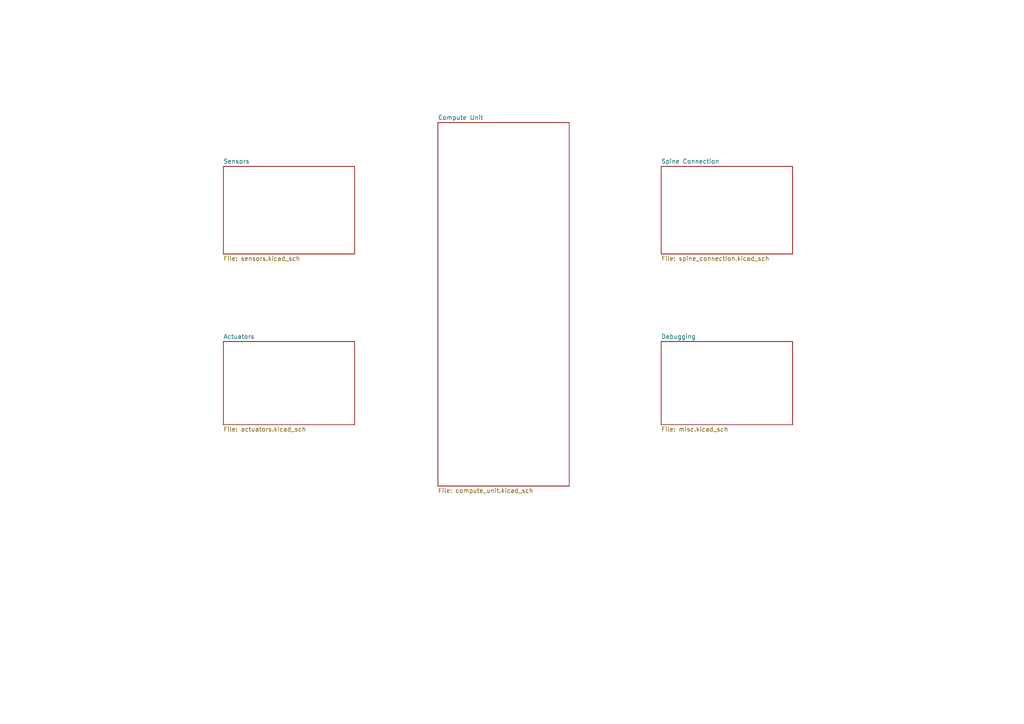
<source format=kicad_sch>
(kicad_sch
	(version 20231120)
	(generator "eeschema")
	(generator_version "8.0")
	(uuid "3708b8b2-8ddb-4481-9b48-10b35e4e9f6a")
	(paper "A4")
	(lib_symbols)
	(sheet
		(at 64.77 99.06)
		(size 38.1 24.13)
		(fields_autoplaced yes)
		(stroke
			(width 0.1524)
			(type solid)
		)
		(fill
			(color 0 0 0 0.0000)
		)
		(uuid "1b8a24f7-355a-4056-92fb-6e89de6a6110")
		(property "Sheetname" "Actuators"
			(at 64.77 98.3484 0)
			(effects
				(font
					(size 1.27 1.27)
				)
				(justify left bottom)
			)
		)
		(property "Sheetfile" "actuators.kicad_sch"
			(at 64.77 123.7746 0)
			(effects
				(font
					(size 1.27 1.27)
				)
				(justify left top)
			)
		)
		(instances
			(project "2024_C_AV_PR_Board"
				(path "/3708b8b2-8ddb-4481-9b48-10b35e4e9f6a"
					(page "4")
				)
			)
		)
	)
	(sheet
		(at 127 35.56)
		(size 38.1 105.41)
		(fields_autoplaced yes)
		(stroke
			(width 0.1524)
			(type solid)
		)
		(fill
			(color 0 0 0 0.0000)
		)
		(uuid "1ce7af05-7523-43bd-954e-fac954ed58d9")
		(property "Sheetname" "Compute Unit"
			(at 127 34.8484 0)
			(effects
				(font
					(size 1.27 1.27)
				)
				(justify left bottom)
			)
		)
		(property "Sheetfile" "compute_unit.kicad_sch"
			(at 127 141.5546 0)
			(effects
				(font
					(size 1.27 1.27)
				)
				(justify left top)
			)
		)
		(instances
			(project "2024_C_AV_PR_Board"
				(path "/3708b8b2-8ddb-4481-9b48-10b35e4e9f6a"
					(page "2")
				)
			)
		)
	)
	(sheet
		(at 191.77 48.26)
		(size 38.1 25.4)
		(fields_autoplaced yes)
		(stroke
			(width 0.1524)
			(type solid)
		)
		(fill
			(color 0 0 0 0.0000)
		)
		(uuid "357f7c01-be73-4904-bb67-96f0291a4a0b")
		(property "Sheetname" "Spine Connection"
			(at 191.77 47.5484 0)
			(effects
				(font
					(size 1.27 1.27)
				)
				(justify left bottom)
			)
		)
		(property "Sheetfile" "spine_connection.kicad_sch"
			(at 191.77 74.2446 0)
			(effects
				(font
					(size 1.27 1.27)
				)
				(justify left top)
			)
		)
		(instances
			(project "2024_C_AV_PR_Board"
				(path "/3708b8b2-8ddb-4481-9b48-10b35e4e9f6a"
					(page "6")
				)
			)
		)
	)
	(sheet
		(at 64.77 48.26)
		(size 38.1 25.4)
		(fields_autoplaced yes)
		(stroke
			(width 0.1524)
			(type solid)
		)
		(fill
			(color 0 0 0 0.0000)
		)
		(uuid "b253d38c-ad1b-4aa8-8313-840bebeb08f0")
		(property "Sheetname" "Sensors"
			(at 64.77 47.5484 0)
			(effects
				(font
					(size 1.27 1.27)
				)
				(justify left bottom)
			)
		)
		(property "Sheetfile" "sensors.kicad_sch"
			(at 64.77 74.2446 0)
			(effects
				(font
					(size 1.27 1.27)
				)
				(justify left top)
			)
		)
		(instances
			(project "2024_C_AV_PR_Board"
				(path "/3708b8b2-8ddb-4481-9b48-10b35e4e9f6a"
					(page "3")
				)
			)
		)
	)
	(sheet
		(at 191.77 99.06)
		(size 38.1 24.13)
		(fields_autoplaced yes)
		(stroke
			(width 0.1524)
			(type solid)
		)
		(fill
			(color 0 0 0 0.0000)
		)
		(uuid "c6d9da8b-5f02-4a92-85af-f9d3dd574acb")
		(property "Sheetname" "Debugging"
			(at 191.77 98.3484 0)
			(effects
				(font
					(size 1.27 1.27)
				)
				(justify left bottom)
			)
		)
		(property "Sheetfile" "misc.kicad_sch"
			(at 191.77 123.7746 0)
			(effects
				(font
					(size 1.27 1.27)
				)
				(justify left top)
			)
		)
		(instances
			(project "2024_C_AV_PR_Board"
				(path "/3708b8b2-8ddb-4481-9b48-10b35e4e9f6a"
					(page "7")
				)
			)
		)
	)
	(sheet_instances
		(path "/"
			(page "1")
		)
	)
)

</source>
